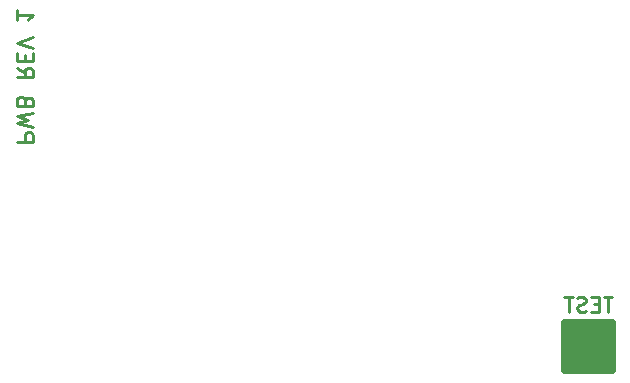
<source format=gbr>
G04 #@! TF.GenerationSoftware,KiCad,Pcbnew,(5.0.2)-1*
G04 #@! TF.CreationDate,2019-10-07T18:48:17-04:00*
G04 #@! TF.ProjectId,RPI_PSOC5,5250495f-5053-44f4-9335-2e6b69636164,X1*
G04 #@! TF.SameCoordinates,Original*
G04 #@! TF.FileFunction,Legend,Bot*
G04 #@! TF.FilePolarity,Positive*
%FSLAX46Y46*%
G04 Gerber Fmt 4.6, Leading zero omitted, Abs format (unit mm)*
G04 Created by KiCad (PCBNEW (5.0.2)-1) date 10/7/2019 6:48:17 PM*
%MOMM*%
%LPD*%
G01*
G04 APERTURE LIST*
%ADD10C,0.285750*%
%ADD11C,0.650000*%
%ADD12C,0.254000*%
G04 APERTURE END LIST*
D10*
X1400023Y-34731476D02*
X2797023Y-34731476D01*
X2797023Y-34199285D01*
X2730499Y-34066238D01*
X2663976Y-33999714D01*
X2530928Y-33933190D01*
X2331357Y-33933190D01*
X2198309Y-33999714D01*
X2131785Y-34066238D01*
X2065261Y-34199285D01*
X2065261Y-34731476D01*
X2797023Y-33467523D02*
X1400023Y-33134904D01*
X2397880Y-32868809D01*
X1400023Y-32602714D01*
X2797023Y-32270095D01*
X2131785Y-31272238D02*
X2065261Y-31072666D01*
X1998738Y-31006142D01*
X1865690Y-30939619D01*
X1666119Y-30939619D01*
X1533071Y-31006142D01*
X1466547Y-31072666D01*
X1400023Y-31205714D01*
X1400023Y-31737904D01*
X2797023Y-31737904D01*
X2797023Y-31272238D01*
X2730499Y-31139190D01*
X2663976Y-31072666D01*
X2530928Y-31006142D01*
X2397880Y-31006142D01*
X2264833Y-31072666D01*
X2198309Y-31139190D01*
X2131785Y-31272238D01*
X2131785Y-31737904D01*
X1400023Y-28478238D02*
X2065261Y-28943904D01*
X1400023Y-29276523D02*
X2797023Y-29276523D01*
X2797023Y-28744333D01*
X2730500Y-28611285D01*
X2663976Y-28544761D01*
X2530928Y-28478238D01*
X2331357Y-28478238D01*
X2198309Y-28544761D01*
X2131785Y-28611285D01*
X2065261Y-28744333D01*
X2065261Y-29276523D01*
X2131785Y-27879523D02*
X2131785Y-27413857D01*
X1400023Y-27214285D02*
X1400023Y-27879523D01*
X2797023Y-27879523D01*
X2797023Y-27214285D01*
X2797023Y-26815142D02*
X1400023Y-26349476D01*
X2797023Y-25883809D01*
X1400023Y-23622000D02*
X1400023Y-24420285D01*
X1400023Y-24021142D02*
X2797023Y-24021142D01*
X2597452Y-24154190D01*
X2464404Y-24287238D01*
X2397880Y-24420285D01*
D11*
G04 #@! TO.C,TEST*
X47784000Y-50070000D02*
X51784000Y-50070000D01*
X51784000Y-50070000D02*
X51784000Y-54070000D01*
X51784000Y-54070000D02*
X47784000Y-54070000D01*
X47784000Y-54070000D02*
X47784000Y-50070000D01*
X47784000Y-50070000D02*
X47784000Y-50570000D01*
X47784000Y-50570000D02*
X51784000Y-50570000D01*
X51784000Y-50570000D02*
X51784000Y-51070000D01*
X51784000Y-51070000D02*
X47784000Y-51070000D01*
X47784000Y-51070000D02*
X47784000Y-51570000D01*
X47784000Y-51570000D02*
X51784000Y-51570000D01*
X51784000Y-51570000D02*
X51784000Y-52070000D01*
X51784000Y-52070000D02*
X47784000Y-52070000D01*
X47784000Y-52070000D02*
X47784000Y-52570000D01*
X47784000Y-52570000D02*
X51284000Y-52570000D01*
X51284000Y-52570000D02*
X51784000Y-52570000D01*
X51784000Y-52570000D02*
X51784000Y-53070000D01*
X51784000Y-53070000D02*
X47784000Y-53070000D01*
X47784000Y-53070000D02*
X47784000Y-53570000D01*
X47784000Y-53570000D02*
X51784000Y-53570000D01*
D12*
X51809952Y-47874523D02*
X51084238Y-47874523D01*
X51447095Y-49144523D02*
X51447095Y-47874523D01*
X50660904Y-48479285D02*
X50237571Y-48479285D01*
X50056142Y-49144523D02*
X50660904Y-49144523D01*
X50660904Y-47874523D01*
X50056142Y-47874523D01*
X49572333Y-49084047D02*
X49390904Y-49144523D01*
X49088523Y-49144523D01*
X48967571Y-49084047D01*
X48907095Y-49023571D01*
X48846619Y-48902619D01*
X48846619Y-48781666D01*
X48907095Y-48660714D01*
X48967571Y-48600238D01*
X49088523Y-48539761D01*
X49330428Y-48479285D01*
X49451380Y-48418809D01*
X49511857Y-48358333D01*
X49572333Y-48237380D01*
X49572333Y-48116428D01*
X49511857Y-47995476D01*
X49451380Y-47935000D01*
X49330428Y-47874523D01*
X49028047Y-47874523D01*
X48846619Y-47935000D01*
X48483761Y-47874523D02*
X47758047Y-47874523D01*
X48120904Y-49144523D02*
X48120904Y-47874523D01*
G04 #@! TD*
M02*

</source>
